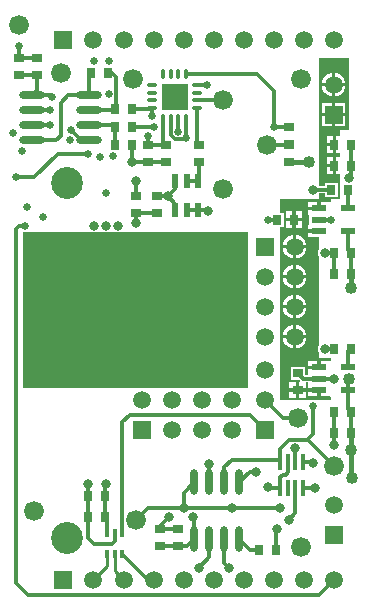
<source format=gbl>
%FSLAX24Y24*%
%MOIN*%
G70*
G01*
G75*
G04 Layer_Physical_Order=4*
G04 Layer_Color=16711680*
%ADD10R,0.0276X0.0354*%
%ADD11R,0.0315X0.0354*%
%ADD12R,0.0354X0.0276*%
%ADD13R,0.0170X0.0520*%
%ADD14R,0.0520X0.0170*%
%ADD15R,0.0217X0.0512*%
%ADD16R,0.0354X0.0315*%
%ADD17R,0.0236X0.0591*%
%ADD18R,0.0413X0.0476*%
%ADD19R,0.1575X0.0709*%
%ADD20C,0.0150*%
%ADD21C,0.0120*%
%ADD22C,0.0300*%
%ADD23C,0.1063*%
%ADD24C,0.0630*%
%ADD25C,0.0472*%
%ADD26C,0.0591*%
%ADD27R,0.0591X0.0591*%
%ADD28C,0.0661*%
%ADD29R,0.0591X0.0591*%
%ADD30C,0.0320*%
%ADD31C,0.0260*%
%ADD32C,0.0236*%
%ADD33C,0.0400*%
%ADD34R,0.0512X0.0217*%
%ADD35O,0.0866X0.0236*%
%ADD36O,0.0374X0.0138*%
%ADD37O,0.0138X0.0374*%
%ADD38R,0.0866X0.0866*%
%ADD39O,0.0236X0.0866*%
%ADD40R,0.0160X0.0255*%
%ADD41C,0.0160*%
%ADD42C,0.0100*%
G36*
X8150Y7382D02*
X650D01*
Y12579D01*
X8150D01*
Y7382D01*
D02*
G37*
G36*
X11500Y16000D02*
X11200D01*
Y15777D01*
X11084D01*
Y15500D01*
Y15223D01*
X11200D01*
Y15077D01*
X11084D01*
Y14800D01*
Y14523D01*
X11200D01*
Y13700D01*
X10900D01*
Y13582D01*
X10864D01*
Y13582D01*
X10568D01*
Y13374D01*
X10508D01*
Y13314D01*
X10152D01*
Y13166D01*
X10192D01*
Y12834D01*
X10152D01*
Y12686D01*
X10508D01*
Y12566D01*
X10152D01*
Y12418D01*
X10500D01*
Y12400D01*
X10500D01*
Y11997D01*
X10493Y11986D01*
X10476Y11900D01*
X10493Y11814D01*
X10500Y11803D01*
Y8797D01*
X10493Y8786D01*
X10476Y8700D01*
X10493Y8614D01*
X10500Y8603D01*
Y8400D01*
X10900D01*
Y8282D01*
X10864D01*
Y8282D01*
X10568D01*
Y8074D01*
X10508D01*
Y8014D01*
X10152D01*
Y7866D01*
X10152D01*
Y7858D01*
X10117Y7822D01*
X10046D01*
X10037Y7831D01*
Y8093D01*
X9563D01*
Y7658D01*
X9862D01*
X9889Y7617D01*
X9875Y7582D01*
X9860D01*
Y7384D01*
X10077D01*
Y7578D01*
X10152D01*
Y7534D01*
X10152D01*
Y7386D01*
X10508D01*
Y7326D01*
X10568D01*
Y7118D01*
X10864D01*
Y7118D01*
X10865D01*
X10900Y7082D01*
Y7000D01*
X9200D01*
Y12763D01*
X9342D01*
Y13237D01*
X9200D01*
Y13700D01*
X10500D01*
Y13878D01*
X10707D01*
Y13763D01*
X11142D01*
Y14237D01*
X10707D01*
Y14122D01*
X10500D01*
Y18400D01*
X11500D01*
Y16000D01*
D02*
G37*
%LPC*%
G36*
X9760Y10491D02*
Y10160D01*
X10091D01*
X10085Y10203D01*
X10045Y10299D01*
X9982Y10382D01*
X9899Y10445D01*
X9803Y10485D01*
X9760Y10491D01*
D02*
G37*
G36*
X10091Y10040D02*
X9760D01*
Y9709D01*
X9803Y9715D01*
X9899Y9755D01*
X9982Y9818D01*
X10045Y9901D01*
X10085Y9997D01*
X10091Y10040D01*
D02*
G37*
G36*
X9640Y10491D02*
X9597Y10485D01*
X9501Y10445D01*
X9418Y10382D01*
X9355Y10299D01*
X9315Y10203D01*
X9309Y10160D01*
X9640D01*
Y10491D01*
D02*
G37*
G36*
Y11040D02*
X9309D01*
X9315Y10997D01*
X9355Y10901D01*
X9418Y10818D01*
X9501Y10755D01*
X9597Y10715D01*
X9640Y10709D01*
Y11040D01*
D02*
G37*
G36*
X9760Y11491D02*
Y11160D01*
X10091D01*
X10085Y11203D01*
X10045Y11299D01*
X9982Y11382D01*
X9899Y11445D01*
X9803Y11485D01*
X9760Y11491D01*
D02*
G37*
G36*
X9640Y12040D02*
X9309D01*
X9315Y11997D01*
X9355Y11901D01*
X9418Y11818D01*
X9501Y11755D01*
X9597Y11715D01*
X9640Y11709D01*
Y12040D01*
D02*
G37*
G36*
X10091Y11040D02*
X9760D01*
Y10709D01*
X9803Y10715D01*
X9899Y10755D01*
X9982Y10818D01*
X10045Y10901D01*
X10085Y10997D01*
X10091Y11040D01*
D02*
G37*
G36*
X9640Y11491D02*
X9597Y11485D01*
X9501Y11445D01*
X9418Y11382D01*
X9355Y11299D01*
X9315Y11203D01*
X9309Y11160D01*
X9640D01*
Y11491D01*
D02*
G37*
G36*
Y10040D02*
X9309D01*
X9315Y9997D01*
X9355Y9901D01*
X9418Y9818D01*
X9501Y9755D01*
X9597Y9715D01*
X9640Y9709D01*
Y10040D01*
D02*
G37*
G36*
X10448Y7266D02*
X10152D01*
Y7118D01*
X10448D01*
Y7266D01*
D02*
G37*
G36*
X9740Y7582D02*
X9523D01*
Y7384D01*
X9740D01*
Y7582D01*
D02*
G37*
G36*
Y7264D02*
X9523D01*
Y7067D01*
X9740D01*
Y7264D01*
D02*
G37*
G36*
X10077D02*
X9860D01*
Y7067D01*
X10077D01*
Y7264D01*
D02*
G37*
G36*
X10448Y8282D02*
X10152D01*
Y8134D01*
X10448D01*
Y8282D01*
D02*
G37*
G36*
X9640Y9491D02*
X9597Y9485D01*
X9501Y9445D01*
X9418Y9382D01*
X9355Y9299D01*
X9315Y9203D01*
X9309Y9160D01*
X9640D01*
Y9491D01*
D02*
G37*
G36*
X9760D02*
Y9160D01*
X10091D01*
X10085Y9203D01*
X10045Y9299D01*
X9982Y9382D01*
X9899Y9445D01*
X9803Y9485D01*
X9760Y9491D01*
D02*
G37*
G36*
X9640Y9040D02*
X9309D01*
X9315Y8997D01*
X9355Y8901D01*
X9418Y8818D01*
X9501Y8755D01*
X9597Y8715D01*
X9640Y8709D01*
Y9040D01*
D02*
G37*
G36*
X10091D02*
X9760D01*
Y8709D01*
X9803Y8715D01*
X9899Y8755D01*
X9982Y8818D01*
X10045Y8901D01*
X10085Y8997D01*
X10091Y9040D01*
D02*
G37*
G36*
Y12040D02*
X9760D01*
Y11709D01*
X9803Y11715D01*
X9899Y11755D01*
X9982Y11818D01*
X10045Y11901D01*
X10085Y11997D01*
X10091Y12040D01*
D02*
G37*
G36*
X11395Y16440D02*
X11060D01*
Y16105D01*
X11395D01*
Y16440D01*
D02*
G37*
G36*
X10940Y16895D02*
X10605D01*
Y16560D01*
X10940D01*
Y16895D01*
D02*
G37*
G36*
X10964Y15777D02*
X10767D01*
Y15560D01*
X10964D01*
Y15777D01*
D02*
G37*
G36*
X10940Y16440D02*
X10605D01*
Y16105D01*
X10940D01*
Y16440D01*
D02*
G37*
G36*
X11395Y16895D02*
X11060D01*
Y16560D01*
X11395D01*
Y16895D01*
D02*
G37*
G36*
X10940Y17891D02*
X10897Y17885D01*
X10801Y17845D01*
X10718Y17782D01*
X10655Y17699D01*
X10615Y17603D01*
X10609Y17560D01*
X10940D01*
Y17891D01*
D02*
G37*
G36*
X11060D02*
Y17560D01*
X11391D01*
X11385Y17603D01*
X11345Y17699D01*
X11282Y17782D01*
X11199Y17845D01*
X11103Y17885D01*
X11060Y17891D01*
D02*
G37*
G36*
X10940Y17440D02*
X10609D01*
X10615Y17397D01*
X10655Y17301D01*
X10718Y17218D01*
X10801Y17155D01*
X10897Y17115D01*
X10940Y17109D01*
Y17440D01*
D02*
G37*
G36*
X11391D02*
X11060D01*
Y17109D01*
X11103Y17115D01*
X11199Y17155D01*
X11282Y17218D01*
X11345Y17301D01*
X11385Y17397D01*
X11391Y17440D01*
D02*
G37*
G36*
X10964Y15440D02*
X10767D01*
Y15223D01*
X10964D01*
Y15440D01*
D02*
G37*
G36*
X9616Y12940D02*
X9418D01*
Y12723D01*
X9616D01*
Y12940D01*
D02*
G37*
G36*
X9933D02*
X9736D01*
Y12723D01*
X9933D01*
Y12940D01*
D02*
G37*
G36*
X9640Y12491D02*
X9597Y12485D01*
X9501Y12445D01*
X9418Y12382D01*
X9355Y12299D01*
X9315Y12203D01*
X9309Y12160D01*
X9640D01*
Y12491D01*
D02*
G37*
G36*
X9760D02*
Y12160D01*
X10091D01*
X10085Y12203D01*
X10045Y12299D01*
X9982Y12382D01*
X9899Y12445D01*
X9803Y12485D01*
X9760Y12491D01*
D02*
G37*
G36*
X9616Y13277D02*
X9418D01*
Y13060D01*
X9616D01*
Y13277D01*
D02*
G37*
G36*
X10964Y14740D02*
X10767D01*
Y14523D01*
X10964D01*
Y14740D01*
D02*
G37*
G36*
Y15077D02*
X10767D01*
Y14860D01*
X10964D01*
Y15077D01*
D02*
G37*
G36*
X9933Y13277D02*
X9736D01*
Y13060D01*
X9933D01*
Y13277D01*
D02*
G37*
G36*
X10448Y13582D02*
X10152D01*
Y13434D01*
X10448D01*
Y13582D01*
D02*
G37*
%LPD*%
D10*
X3705Y16700D02*
D03*
X4295D02*
D03*
X4295Y15500D02*
D03*
X3705D02*
D03*
X4295Y16100D02*
D03*
X3705D02*
D03*
X2905Y17900D02*
D03*
X3495D02*
D03*
X9095Y2000D02*
D03*
X8505D02*
D03*
D11*
X11576Y8700D02*
D03*
X11024D02*
D03*
X11576Y6600D02*
D03*
X11024D02*
D03*
X9676Y13000D02*
D03*
X9124D02*
D03*
X11576Y5900D02*
D03*
X11024D02*
D03*
X3376Y3800D02*
D03*
X2824D02*
D03*
X3376Y3100D02*
D03*
X2824D02*
D03*
X11576Y11900D02*
D03*
X11024D02*
D03*
X11576Y11200D02*
D03*
X11024D02*
D03*
X11476Y14000D02*
D03*
X10924D02*
D03*
X11024Y14800D02*
D03*
X11576D02*
D03*
X11024Y15500D02*
D03*
X11576D02*
D03*
D12*
X9500Y14905D02*
D03*
Y15495D02*
D03*
Y15505D02*
D03*
Y16095D02*
D03*
X6500Y15495D02*
D03*
Y14905D02*
D03*
D13*
X9984Y4070D02*
D03*
X9728D02*
D03*
X9472D02*
D03*
X9216D02*
D03*
Y4930D02*
D03*
X9472D02*
D03*
X9728D02*
D03*
X9984D02*
D03*
D15*
X6474Y14292D02*
D03*
X5726D02*
D03*
Y13308D02*
D03*
X6100D02*
D03*
X6474D02*
D03*
X6100Y14292D02*
D03*
D16*
X9800Y7324D02*
D03*
Y7876D02*
D03*
X4400Y13776D02*
D03*
Y13224D02*
D03*
X5100Y13776D02*
D03*
Y13224D02*
D03*
X4800Y15476D02*
D03*
Y14924D02*
D03*
X5400Y15476D02*
D03*
Y14924D02*
D03*
X500Y17824D02*
D03*
Y18376D02*
D03*
X1100Y17824D02*
D03*
Y18376D02*
D03*
X5200Y2124D02*
D03*
Y2676D02*
D03*
X5800Y2124D02*
D03*
Y2676D02*
D03*
D20*
X11576Y10724D02*
Y11200D01*
X9500Y14905D02*
X10195D01*
D21*
X11492Y11983D02*
Y12626D01*
Y11983D02*
X11576Y11900D01*
Y11200D02*
Y11900D01*
X3949Y2558D02*
Y6249D01*
X3700Y2300D02*
Y2553D01*
X3600Y2200D02*
X3700Y2300D01*
X3000Y2200D02*
X3600D01*
X2824Y2376D02*
X3000Y2200D01*
X2824Y2376D02*
Y3100D01*
X1800Y15200D02*
X2800D01*
X1020Y14420D02*
X1800Y15200D01*
X416Y14420D02*
X1020D01*
X500Y12800D02*
X700D01*
X11492Y7326D02*
Y7692D01*
X11500Y7700D01*
X4942Y16442D02*
Y16716D01*
X10100Y5652D02*
X10148D01*
X9500D02*
X10100D01*
X10300Y5852D02*
Y6800D01*
X10100Y5652D02*
X10300Y5852D01*
X8800Y13000D02*
X9124D01*
X10508Y13000D02*
X10900D01*
X6300Y3100D02*
X6350Y3050D01*
Y2355D02*
Y3050D01*
X505Y18376D02*
X1100D01*
X505Y18380D02*
Y18795D01*
X955Y17150D02*
X1550D01*
X1600Y17100D01*
X500Y17824D02*
X1100D01*
Y17295D02*
Y17824D01*
X955Y17150D02*
X1100Y17295D01*
X955Y16650D02*
X1550D01*
X955Y16150D02*
X1550D01*
X1750Y15650D02*
X1900Y15800D01*
X955Y15650D02*
X1750D01*
X1900Y15800D02*
Y16900D01*
X2150Y17150D01*
X2845D01*
X3705Y16700D02*
X3750Y16745D01*
Y17750D01*
X3600Y17900D02*
X3750Y17750D01*
X3495Y17900D02*
X3600D01*
X2845Y17150D02*
Y17840D01*
X2905Y17900D01*
X2594Y15650D02*
X2845D01*
X2252Y15992D02*
X2594Y15650D01*
X9000Y16100D02*
Y17300D01*
X8442Y17858D02*
X9000Y17300D01*
X6084Y17858D02*
X8442D01*
X6458Y17484D02*
X6784D01*
X9495Y16100D02*
X9500Y16095D01*
X9000Y16100D02*
X9495D01*
X4295Y16100D02*
X5000D01*
X4800Y15476D02*
X5400D01*
X4800D02*
Y15800D01*
X6046Y15678D02*
X6084Y15716D01*
X5722Y15678D02*
X6046D01*
X5572Y15828D02*
X5722Y15678D01*
X5572Y15828D02*
Y16342D01*
X5316Y15559D02*
Y16342D01*
X5828Y15928D02*
Y16342D01*
X6084Y15716D02*
Y16342D01*
X4295Y16700D02*
X4926D01*
X2845Y16650D02*
X3655D01*
X2845Y16150D02*
X3655D01*
X3705Y16100D01*
Y15500D02*
Y16100D01*
X4276Y14924D02*
Y15480D01*
Y14924D02*
X4800D01*
X5400D01*
X10500Y500D02*
X11000Y1000D01*
X800Y500D02*
X10500D01*
X400Y900D02*
X800Y500D01*
X400Y900D02*
Y12700D01*
X500Y12800D01*
X4400Y13224D02*
X5100D01*
X4400Y12900D02*
Y13224D01*
Y13776D02*
Y14300D01*
X5476Y13776D02*
X5726Y14026D01*
Y14292D01*
X5476Y13776D02*
X5726Y13525D01*
X5100Y13776D02*
X5476D01*
X6100Y14292D02*
X6474D01*
Y13308D02*
X6792D01*
X6800Y13300D01*
X6100Y13308D02*
X6474D01*
X6500Y14318D02*
Y14905D01*
X6458Y15537D02*
Y16716D01*
X6462Y16976D02*
X7300D01*
X8776Y15500D02*
X9495D01*
X9216Y5368D02*
X9500Y5652D01*
X9216Y4930D02*
Y5368D01*
X9300Y6400D02*
X9800D01*
X8700Y7000D02*
X9300Y6400D01*
X9995Y7700D02*
X10508D01*
X9820Y7876D02*
X9995Y7700D01*
X9800Y7876D02*
X9820D01*
X10148Y5652D02*
X11000Y4800D01*
X9728Y4930D02*
Y5372D01*
X9216Y4070D02*
Y4416D01*
X9300Y4500D01*
X9400D01*
X9472Y4572D01*
Y4930D01*
X9984Y4070D02*
X10370D01*
X9500Y3000D02*
X9728Y3228D01*
Y4070D01*
X6841Y4841D02*
Y4859D01*
Y4841D02*
X6850Y4833D01*
Y4245D02*
Y4833D01*
X6500Y1400D02*
X6850Y1750D01*
Y2355D01*
X7350Y1550D02*
X7500Y1400D01*
X7350Y1550D02*
Y2355D01*
X9095Y2695D02*
X9100Y2700D01*
X9095Y2000D02*
Y2695D01*
X8205Y2000D02*
X8505D01*
X7850Y2355D02*
X8205Y2000D01*
X8800Y4100D02*
X8830Y4070D01*
X9216D01*
X10270Y4930D02*
X10300Y4900D01*
X9984Y4930D02*
X10270D01*
X9146Y5000D02*
X9216Y4930D01*
X7600Y5000D02*
X9146D01*
X7350Y4750D02*
X7600Y5000D01*
X7350Y4245D02*
Y4750D01*
X8205Y4600D02*
X8400D01*
X7850Y4245D02*
X8205Y4600D01*
X8200Y6500D02*
X8700Y6000D01*
X4200Y6500D02*
X8200D01*
X3949Y6249D02*
X4200Y6500D01*
X3949Y2558D02*
X3955Y2553D01*
X2800Y4200D02*
X2824Y4176D01*
Y3800D02*
Y4176D01*
Y3100D02*
Y3800D01*
X3376D02*
Y4176D01*
X3400Y4200D01*
X3376Y3100D02*
Y3800D01*
Y3100D02*
X3445Y3030D01*
Y2553D02*
Y3030D01*
X5200Y2800D02*
X5500Y3100D01*
X5200Y2676D02*
Y2800D01*
Y2676D02*
X5800D01*
X6119Y2124D02*
X6350Y2355D01*
X5800Y2124D02*
X6119D01*
X5200D02*
X5800D01*
X6000Y3895D02*
X6105Y4000D01*
X6000Y3400D02*
Y3895D01*
X4800Y3400D02*
X6000D01*
X4400Y3000D02*
X4800Y3400D01*
X6000D02*
X7600D01*
X9200D01*
X6105Y4000D02*
X6350Y4245D01*
X11000Y5500D02*
X11024Y5524D01*
Y5900D01*
Y6600D01*
X11576Y5900D02*
Y6600D01*
X11492Y6683D02*
X11576Y6600D01*
X11492Y6683D02*
Y7326D01*
X10508Y7700D02*
X11000D01*
X11492Y8617D02*
X11576Y8700D01*
X11492Y8074D02*
Y8617D01*
X10700Y8700D02*
X11024D01*
X10700Y8700D02*
X10700Y8700D01*
X11024Y11200D02*
Y11900D01*
X10700Y11900D02*
X10700Y11900D01*
X11024D01*
X11576Y14800D02*
Y15500D01*
X11500Y14400D02*
X11576Y14476D01*
Y14800D01*
X10300Y14000D02*
X10300Y14000D01*
X10924D01*
X11476Y13391D02*
X11492Y13374D01*
X11476Y13391D02*
Y14000D01*
D23*
X2100Y2394D02*
D03*
Y14206D02*
D03*
D24*
Y2394D02*
D03*
Y14206D02*
D03*
D25*
X7300Y16976D02*
D03*
Y14024D02*
D03*
X8776Y15500D02*
D03*
D26*
X11000Y17500D02*
D03*
Y3500D02*
D03*
X5600Y6000D02*
D03*
X6600D02*
D03*
X7600D02*
D03*
X4600Y7000D02*
D03*
X5600D02*
D03*
X6600D02*
D03*
X7600D02*
D03*
X8700D02*
D03*
Y8000D02*
D03*
Y11100D02*
D03*
Y10100D02*
D03*
Y9100D02*
D03*
X9700Y12100D02*
D03*
Y11100D02*
D03*
Y10100D02*
D03*
Y9100D02*
D03*
X11000Y1000D02*
D03*
X10000D02*
D03*
X9000D02*
D03*
X8000D02*
D03*
X7000D02*
D03*
X6000D02*
D03*
X5000D02*
D03*
X4000D02*
D03*
X2988Y1000D02*
D03*
X11000Y19000D02*
D03*
X10000D02*
D03*
X9000D02*
D03*
X8000D02*
D03*
X7000D02*
D03*
X6000D02*
D03*
X5000D02*
D03*
X4000D02*
D03*
X2988Y19000D02*
D03*
D27*
X11000Y16500D02*
D03*
Y2500D02*
D03*
X8700Y6000D02*
D03*
Y12100D02*
D03*
D28*
X4300Y17700D02*
D03*
X1900Y17900D02*
D03*
X8776Y15500D02*
D03*
X7300Y14024D02*
D03*
X9900Y17700D02*
D03*
X7300Y16976D02*
D03*
X500Y19500D02*
D03*
X9900Y2100D02*
D03*
X4400Y3000D02*
D03*
X1000Y3300D02*
D03*
X9800Y6400D02*
D03*
X11000Y4800D02*
D03*
D29*
X4600Y6000D02*
D03*
X1988Y1000D02*
D03*
Y19000D02*
D03*
D30*
X6800Y9900D02*
D03*
X4100D02*
D03*
X6500Y10700D02*
D03*
X4300Y9100D02*
D03*
Y10700D02*
D03*
X6500Y9100D02*
D03*
X5500D02*
D03*
Y10700D02*
D03*
X6300Y3100D02*
D03*
X4276Y14924D02*
D03*
X3800Y12800D02*
D03*
X3400D02*
D03*
X3000D02*
D03*
X4400Y12900D02*
D03*
Y14300D02*
D03*
X5476Y13776D02*
D03*
X6800Y13300D02*
D03*
X9728Y5372D02*
D03*
X10370Y4070D02*
D03*
X9500Y3000D02*
D03*
X6841Y4841D02*
D03*
X6500Y1400D02*
D03*
X7500D02*
D03*
X9100Y2700D02*
D03*
X8800Y4100D02*
D03*
X10300Y4900D02*
D03*
X8400Y4600D02*
D03*
X2800Y4200D02*
D03*
X3400D02*
D03*
X5500Y3100D02*
D03*
X6000Y3400D02*
D03*
X9200D02*
D03*
X7600D02*
D03*
X11000Y5500D02*
D03*
Y7700D02*
D03*
X10700Y8700D02*
D03*
Y11900D02*
D03*
X11500Y14400D02*
D03*
X10300Y14000D02*
D03*
D31*
X416Y14420D02*
D03*
X600Y15300D02*
D03*
X700Y12800D02*
D03*
X4942Y16442D02*
D03*
X10300Y6800D02*
D03*
X8800Y13000D02*
D03*
X10900Y13000D02*
D03*
X3500Y18300D02*
D03*
X1300Y13100D02*
D03*
X772Y13428D02*
D03*
X300Y15900D02*
D03*
X2222Y15669D02*
D03*
X3000Y18300D02*
D03*
X505Y18795D02*
D03*
X1600Y17100D02*
D03*
X1550Y16650D02*
D03*
Y16150D02*
D03*
X3500Y17200D02*
D03*
X3200Y15100D02*
D03*
X3400Y13900D02*
D03*
X3630Y15130D02*
D03*
X2800Y15200D02*
D03*
X2252Y15992D02*
D03*
X6784Y17484D02*
D03*
X9000Y16100D02*
D03*
X5000Y16100D02*
D03*
X4800Y15800D02*
D03*
X5828Y15928D02*
D03*
X6084Y15716D02*
D03*
D32*
X5995Y17395D02*
D03*
X5405D02*
D03*
X5995Y16805D02*
D03*
X5405D02*
D03*
X5700Y17100D02*
D03*
D33*
X10195Y14905D02*
D03*
X11600Y4400D02*
D03*
X11500Y7700D02*
D03*
X11576Y5324D02*
D03*
Y10724D02*
D03*
D34*
X11492Y7326D02*
D03*
Y8074D02*
D03*
X10508D02*
D03*
Y7700D02*
D03*
Y7326D02*
D03*
X11492Y12626D02*
D03*
Y13374D02*
D03*
X10508D02*
D03*
Y13000D02*
D03*
Y12626D02*
D03*
D35*
X2845Y17150D02*
D03*
Y16650D02*
D03*
Y16150D02*
D03*
Y15650D02*
D03*
X955Y17150D02*
D03*
Y16650D02*
D03*
Y16150D02*
D03*
Y15650D02*
D03*
D36*
X6458Y17484D02*
D03*
Y17228D02*
D03*
Y16972D02*
D03*
Y16716D02*
D03*
X4942D02*
D03*
Y16972D02*
D03*
Y17228D02*
D03*
Y17484D02*
D03*
D37*
X6084Y16342D02*
D03*
X5828D02*
D03*
X5572D02*
D03*
X5316D02*
D03*
Y17858D02*
D03*
X5572D02*
D03*
X5828D02*
D03*
X6084D02*
D03*
D38*
X5700Y17100D02*
D03*
D39*
X6350Y4245D02*
D03*
X6850D02*
D03*
X7350D02*
D03*
X7850D02*
D03*
X6350Y2355D02*
D03*
X6850D02*
D03*
X7350D02*
D03*
X7850D02*
D03*
D40*
X3955Y1847D02*
D03*
X3700D02*
D03*
X3445D02*
D03*
Y2553D02*
D03*
X3700D02*
D03*
X3955D02*
D03*
D41*
X11576Y4424D02*
X11600Y4400D01*
X11576Y4424D02*
Y5324D01*
Y5900D01*
D42*
X4802Y1000D02*
X5000D01*
X3955Y1847D02*
X4802Y1000D01*
X3700Y1300D02*
X4000Y1000D01*
X3700Y1300D02*
Y1847D01*
X3445Y1457D02*
Y1847D01*
X2988Y1000D02*
X3445Y1457D01*
M02*

</source>
